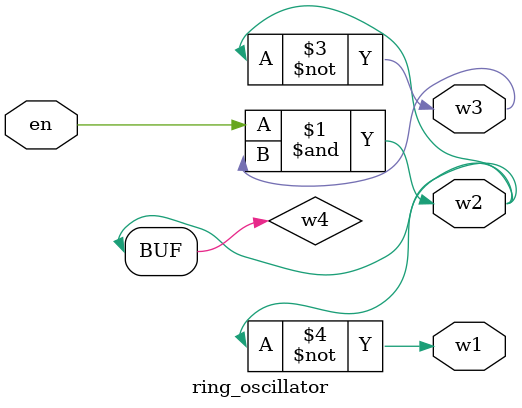
<source format=v>
`timescale 1ns / 1ps

module ring_oscillator(
    input en,
    output w1,w2,w3);
    wire w4;
    and #1(w4, en, w3) ;
    not #1(w2, w1) ;
    not #1(w3, w2) ;
    not #1(w1, w4) ; 

endmodule

</source>
